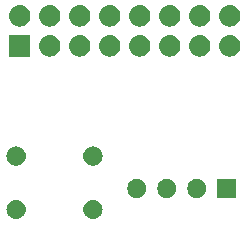
<source format=gbs>
G04 #@! TF.GenerationSoftware,KiCad,Pcbnew,(5.1.4)-1*
G04 #@! TF.CreationDate,2019-09-19T01:50:37+03:00*
G04 #@! TF.ProjectId,Project_2_RPI_HAT,50726f6a-6563-4745-9f32-5f5250495f48,v1*
G04 #@! TF.SameCoordinates,Original*
G04 #@! TF.FileFunction,Soldermask,Bot*
G04 #@! TF.FilePolarity,Negative*
%FSLAX46Y46*%
G04 Gerber Fmt 4.6, Leading zero omitted, Abs format (unit mm)*
G04 Created by KiCad (PCBNEW (5.1.4)-1) date 2019-09-19 01:50:37*
%MOMM*%
%LPD*%
G04 APERTURE LIST*
%ADD10C,0.100000*%
G04 APERTURE END LIST*
D10*
G36*
X52251347Y-79454921D02*
G01*
X52330976Y-79462764D01*
X52484227Y-79509252D01*
X52484230Y-79509253D01*
X52625463Y-79584744D01*
X52749259Y-79686341D01*
X52850856Y-79810137D01*
X52926347Y-79951370D01*
X52926348Y-79951373D01*
X52972836Y-80104624D01*
X52988533Y-80264000D01*
X52972836Y-80423376D01*
X52926348Y-80576627D01*
X52926347Y-80576630D01*
X52850856Y-80717863D01*
X52749259Y-80841659D01*
X52625463Y-80943256D01*
X52484230Y-81018747D01*
X52484227Y-81018748D01*
X52330976Y-81065236D01*
X52251347Y-81073079D01*
X52211534Y-81077000D01*
X52131666Y-81077000D01*
X52091853Y-81073079D01*
X52012224Y-81065236D01*
X51858973Y-81018748D01*
X51858970Y-81018747D01*
X51717737Y-80943256D01*
X51593941Y-80841659D01*
X51492344Y-80717863D01*
X51416853Y-80576630D01*
X51416852Y-80576627D01*
X51370364Y-80423376D01*
X51354667Y-80264000D01*
X51370364Y-80104624D01*
X51416852Y-79951373D01*
X51416853Y-79951370D01*
X51492344Y-79810137D01*
X51593941Y-79686341D01*
X51717737Y-79584744D01*
X51858970Y-79509253D01*
X51858973Y-79509252D01*
X52012224Y-79462764D01*
X52091853Y-79454921D01*
X52131666Y-79451000D01*
X52211534Y-79451000D01*
X52251347Y-79454921D01*
X52251347Y-79454921D01*
G37*
G36*
X45748947Y-79454921D02*
G01*
X45828576Y-79462764D01*
X45981827Y-79509252D01*
X45981830Y-79509253D01*
X46123063Y-79584744D01*
X46246859Y-79686341D01*
X46348456Y-79810137D01*
X46423947Y-79951370D01*
X46423948Y-79951373D01*
X46470436Y-80104624D01*
X46486133Y-80264000D01*
X46470436Y-80423376D01*
X46423948Y-80576627D01*
X46423947Y-80576630D01*
X46348456Y-80717863D01*
X46246859Y-80841659D01*
X46123063Y-80943256D01*
X45981830Y-81018747D01*
X45981827Y-81018748D01*
X45828576Y-81065236D01*
X45748947Y-81073079D01*
X45709134Y-81077000D01*
X45629266Y-81077000D01*
X45589453Y-81073079D01*
X45509824Y-81065236D01*
X45356573Y-81018748D01*
X45356570Y-81018747D01*
X45215337Y-80943256D01*
X45091541Y-80841659D01*
X44989944Y-80717863D01*
X44914453Y-80576630D01*
X44914452Y-80576627D01*
X44867964Y-80423376D01*
X44852267Y-80264000D01*
X44867964Y-80104624D01*
X44914452Y-79951373D01*
X44914453Y-79951370D01*
X44989944Y-79810137D01*
X45091541Y-79686341D01*
X45215337Y-79584744D01*
X45356570Y-79509253D01*
X45356573Y-79509252D01*
X45509824Y-79462764D01*
X45589453Y-79454921D01*
X45629266Y-79451000D01*
X45709134Y-79451000D01*
X45748947Y-79454921D01*
X45748947Y-79454921D01*
G37*
G36*
X56113642Y-77715781D02*
G01*
X56259414Y-77776162D01*
X56259416Y-77776163D01*
X56390608Y-77863822D01*
X56502178Y-77975392D01*
X56589837Y-78106584D01*
X56589838Y-78106586D01*
X56650219Y-78252358D01*
X56681000Y-78407107D01*
X56681000Y-78564893D01*
X56650219Y-78719642D01*
X56589838Y-78865414D01*
X56589837Y-78865416D01*
X56502178Y-78996608D01*
X56390608Y-79108178D01*
X56259416Y-79195837D01*
X56259415Y-79195838D01*
X56259414Y-79195838D01*
X56113642Y-79256219D01*
X55958893Y-79287000D01*
X55801107Y-79287000D01*
X55646358Y-79256219D01*
X55500586Y-79195838D01*
X55500585Y-79195838D01*
X55500584Y-79195837D01*
X55369392Y-79108178D01*
X55257822Y-78996608D01*
X55170163Y-78865416D01*
X55170162Y-78865414D01*
X55109781Y-78719642D01*
X55079000Y-78564893D01*
X55079000Y-78407107D01*
X55109781Y-78252358D01*
X55170162Y-78106586D01*
X55170163Y-78106584D01*
X55257822Y-77975392D01*
X55369392Y-77863822D01*
X55500584Y-77776163D01*
X55500586Y-77776162D01*
X55646358Y-77715781D01*
X55801107Y-77685000D01*
X55958893Y-77685000D01*
X56113642Y-77715781D01*
X56113642Y-77715781D01*
G37*
G36*
X58653642Y-77715781D02*
G01*
X58799414Y-77776162D01*
X58799416Y-77776163D01*
X58930608Y-77863822D01*
X59042178Y-77975392D01*
X59129837Y-78106584D01*
X59129838Y-78106586D01*
X59190219Y-78252358D01*
X59221000Y-78407107D01*
X59221000Y-78564893D01*
X59190219Y-78719642D01*
X59129838Y-78865414D01*
X59129837Y-78865416D01*
X59042178Y-78996608D01*
X58930608Y-79108178D01*
X58799416Y-79195837D01*
X58799415Y-79195838D01*
X58799414Y-79195838D01*
X58653642Y-79256219D01*
X58498893Y-79287000D01*
X58341107Y-79287000D01*
X58186358Y-79256219D01*
X58040586Y-79195838D01*
X58040585Y-79195838D01*
X58040584Y-79195837D01*
X57909392Y-79108178D01*
X57797822Y-78996608D01*
X57710163Y-78865416D01*
X57710162Y-78865414D01*
X57649781Y-78719642D01*
X57619000Y-78564893D01*
X57619000Y-78407107D01*
X57649781Y-78252358D01*
X57710162Y-78106586D01*
X57710163Y-78106584D01*
X57797822Y-77975392D01*
X57909392Y-77863822D01*
X58040584Y-77776163D01*
X58040586Y-77776162D01*
X58186358Y-77715781D01*
X58341107Y-77685000D01*
X58498893Y-77685000D01*
X58653642Y-77715781D01*
X58653642Y-77715781D01*
G37*
G36*
X61193642Y-77715781D02*
G01*
X61339414Y-77776162D01*
X61339416Y-77776163D01*
X61470608Y-77863822D01*
X61582178Y-77975392D01*
X61669837Y-78106584D01*
X61669838Y-78106586D01*
X61730219Y-78252358D01*
X61761000Y-78407107D01*
X61761000Y-78564893D01*
X61730219Y-78719642D01*
X61669838Y-78865414D01*
X61669837Y-78865416D01*
X61582178Y-78996608D01*
X61470608Y-79108178D01*
X61339416Y-79195837D01*
X61339415Y-79195838D01*
X61339414Y-79195838D01*
X61193642Y-79256219D01*
X61038893Y-79287000D01*
X60881107Y-79287000D01*
X60726358Y-79256219D01*
X60580586Y-79195838D01*
X60580585Y-79195838D01*
X60580584Y-79195837D01*
X60449392Y-79108178D01*
X60337822Y-78996608D01*
X60250163Y-78865416D01*
X60250162Y-78865414D01*
X60189781Y-78719642D01*
X60159000Y-78564893D01*
X60159000Y-78407107D01*
X60189781Y-78252358D01*
X60250162Y-78106586D01*
X60250163Y-78106584D01*
X60337822Y-77975392D01*
X60449392Y-77863822D01*
X60580584Y-77776163D01*
X60580586Y-77776162D01*
X60726358Y-77715781D01*
X60881107Y-77685000D01*
X61038893Y-77685000D01*
X61193642Y-77715781D01*
X61193642Y-77715781D01*
G37*
G36*
X64301000Y-79287000D02*
G01*
X62699000Y-79287000D01*
X62699000Y-77685000D01*
X64301000Y-77685000D01*
X64301000Y-79287000D01*
X64301000Y-79287000D01*
G37*
G36*
X45748947Y-74933721D02*
G01*
X45828576Y-74941564D01*
X45981827Y-74988052D01*
X45981830Y-74988053D01*
X46123063Y-75063544D01*
X46246859Y-75165141D01*
X46348456Y-75288937D01*
X46423947Y-75430170D01*
X46423948Y-75430173D01*
X46470436Y-75583424D01*
X46486133Y-75742800D01*
X46470436Y-75902176D01*
X46423948Y-76055427D01*
X46423947Y-76055430D01*
X46348456Y-76196663D01*
X46246859Y-76320459D01*
X46123063Y-76422056D01*
X45981830Y-76497547D01*
X45981827Y-76497548D01*
X45828576Y-76544036D01*
X45748947Y-76551879D01*
X45709134Y-76555800D01*
X45629266Y-76555800D01*
X45589453Y-76551879D01*
X45509824Y-76544036D01*
X45356573Y-76497548D01*
X45356570Y-76497547D01*
X45215337Y-76422056D01*
X45091541Y-76320459D01*
X44989944Y-76196663D01*
X44914453Y-76055430D01*
X44914452Y-76055427D01*
X44867964Y-75902176D01*
X44852267Y-75742800D01*
X44867964Y-75583424D01*
X44914452Y-75430173D01*
X44914453Y-75430170D01*
X44989944Y-75288937D01*
X45091541Y-75165141D01*
X45215337Y-75063544D01*
X45356570Y-74988053D01*
X45356573Y-74988052D01*
X45509824Y-74941564D01*
X45589453Y-74933721D01*
X45629266Y-74929800D01*
X45709134Y-74929800D01*
X45748947Y-74933721D01*
X45748947Y-74933721D01*
G37*
G36*
X52251347Y-74933721D02*
G01*
X52330976Y-74941564D01*
X52484227Y-74988052D01*
X52484230Y-74988053D01*
X52625463Y-75063544D01*
X52749259Y-75165141D01*
X52850856Y-75288937D01*
X52926347Y-75430170D01*
X52926348Y-75430173D01*
X52972836Y-75583424D01*
X52988533Y-75742800D01*
X52972836Y-75902176D01*
X52926348Y-76055427D01*
X52926347Y-76055430D01*
X52850856Y-76196663D01*
X52749259Y-76320459D01*
X52625463Y-76422056D01*
X52484230Y-76497547D01*
X52484227Y-76497548D01*
X52330976Y-76544036D01*
X52251347Y-76551879D01*
X52211534Y-76555800D01*
X52131666Y-76555800D01*
X52091853Y-76551879D01*
X52012224Y-76544036D01*
X51858973Y-76497548D01*
X51858970Y-76497547D01*
X51717737Y-76422056D01*
X51593941Y-76320459D01*
X51492344Y-76196663D01*
X51416853Y-76055430D01*
X51416852Y-76055427D01*
X51370364Y-75902176D01*
X51354667Y-75742800D01*
X51370364Y-75583424D01*
X51416852Y-75430173D01*
X51416853Y-75430170D01*
X51492344Y-75288937D01*
X51593941Y-75165141D01*
X51717737Y-75063544D01*
X51858970Y-74988053D01*
X51858973Y-74988052D01*
X52012224Y-74941564D01*
X52091853Y-74933721D01*
X52131666Y-74929800D01*
X52211534Y-74929800D01*
X52251347Y-74933721D01*
X52251347Y-74933721D01*
G37*
G36*
X53704443Y-65526519D02*
G01*
X53770627Y-65533037D01*
X53940466Y-65584557D01*
X54096991Y-65668222D01*
X54132729Y-65697552D01*
X54234186Y-65780814D01*
X54317448Y-65882271D01*
X54346778Y-65918009D01*
X54430443Y-66074534D01*
X54481963Y-66244373D01*
X54499359Y-66421000D01*
X54481963Y-66597627D01*
X54430443Y-66767466D01*
X54346778Y-66923991D01*
X54317448Y-66959729D01*
X54234186Y-67061186D01*
X54132729Y-67144448D01*
X54096991Y-67173778D01*
X53940466Y-67257443D01*
X53770627Y-67308963D01*
X53704442Y-67315482D01*
X53638260Y-67322000D01*
X53549740Y-67322000D01*
X53483558Y-67315482D01*
X53417373Y-67308963D01*
X53247534Y-67257443D01*
X53091009Y-67173778D01*
X53055271Y-67144448D01*
X52953814Y-67061186D01*
X52870552Y-66959729D01*
X52841222Y-66923991D01*
X52757557Y-66767466D01*
X52706037Y-66597627D01*
X52688641Y-66421000D01*
X52706037Y-66244373D01*
X52757557Y-66074534D01*
X52841222Y-65918009D01*
X52870552Y-65882271D01*
X52953814Y-65780814D01*
X53055271Y-65697552D01*
X53091009Y-65668222D01*
X53247534Y-65584557D01*
X53417373Y-65533037D01*
X53483557Y-65526519D01*
X53549740Y-65520000D01*
X53638260Y-65520000D01*
X53704443Y-65526519D01*
X53704443Y-65526519D01*
G37*
G36*
X63864443Y-65526519D02*
G01*
X63930627Y-65533037D01*
X64100466Y-65584557D01*
X64256991Y-65668222D01*
X64292729Y-65697552D01*
X64394186Y-65780814D01*
X64477448Y-65882271D01*
X64506778Y-65918009D01*
X64590443Y-66074534D01*
X64641963Y-66244373D01*
X64659359Y-66421000D01*
X64641963Y-66597627D01*
X64590443Y-66767466D01*
X64506778Y-66923991D01*
X64477448Y-66959729D01*
X64394186Y-67061186D01*
X64292729Y-67144448D01*
X64256991Y-67173778D01*
X64100466Y-67257443D01*
X63930627Y-67308963D01*
X63864442Y-67315482D01*
X63798260Y-67322000D01*
X63709740Y-67322000D01*
X63643558Y-67315482D01*
X63577373Y-67308963D01*
X63407534Y-67257443D01*
X63251009Y-67173778D01*
X63215271Y-67144448D01*
X63113814Y-67061186D01*
X63030552Y-66959729D01*
X63001222Y-66923991D01*
X62917557Y-66767466D01*
X62866037Y-66597627D01*
X62848641Y-66421000D01*
X62866037Y-66244373D01*
X62917557Y-66074534D01*
X63001222Y-65918009D01*
X63030552Y-65882271D01*
X63113814Y-65780814D01*
X63215271Y-65697552D01*
X63251009Y-65668222D01*
X63407534Y-65584557D01*
X63577373Y-65533037D01*
X63643557Y-65526519D01*
X63709740Y-65520000D01*
X63798260Y-65520000D01*
X63864443Y-65526519D01*
X63864443Y-65526519D01*
G37*
G36*
X58784443Y-65526519D02*
G01*
X58850627Y-65533037D01*
X59020466Y-65584557D01*
X59176991Y-65668222D01*
X59212729Y-65697552D01*
X59314186Y-65780814D01*
X59397448Y-65882271D01*
X59426778Y-65918009D01*
X59510443Y-66074534D01*
X59561963Y-66244373D01*
X59579359Y-66421000D01*
X59561963Y-66597627D01*
X59510443Y-66767466D01*
X59426778Y-66923991D01*
X59397448Y-66959729D01*
X59314186Y-67061186D01*
X59212729Y-67144448D01*
X59176991Y-67173778D01*
X59020466Y-67257443D01*
X58850627Y-67308963D01*
X58784442Y-67315482D01*
X58718260Y-67322000D01*
X58629740Y-67322000D01*
X58563558Y-67315482D01*
X58497373Y-67308963D01*
X58327534Y-67257443D01*
X58171009Y-67173778D01*
X58135271Y-67144448D01*
X58033814Y-67061186D01*
X57950552Y-66959729D01*
X57921222Y-66923991D01*
X57837557Y-66767466D01*
X57786037Y-66597627D01*
X57768641Y-66421000D01*
X57786037Y-66244373D01*
X57837557Y-66074534D01*
X57921222Y-65918009D01*
X57950552Y-65882271D01*
X58033814Y-65780814D01*
X58135271Y-65697552D01*
X58171009Y-65668222D01*
X58327534Y-65584557D01*
X58497373Y-65533037D01*
X58563557Y-65526519D01*
X58629740Y-65520000D01*
X58718260Y-65520000D01*
X58784443Y-65526519D01*
X58784443Y-65526519D01*
G37*
G36*
X56244443Y-65526519D02*
G01*
X56310627Y-65533037D01*
X56480466Y-65584557D01*
X56636991Y-65668222D01*
X56672729Y-65697552D01*
X56774186Y-65780814D01*
X56857448Y-65882271D01*
X56886778Y-65918009D01*
X56970443Y-66074534D01*
X57021963Y-66244373D01*
X57039359Y-66421000D01*
X57021963Y-66597627D01*
X56970443Y-66767466D01*
X56886778Y-66923991D01*
X56857448Y-66959729D01*
X56774186Y-67061186D01*
X56672729Y-67144448D01*
X56636991Y-67173778D01*
X56480466Y-67257443D01*
X56310627Y-67308963D01*
X56244442Y-67315482D01*
X56178260Y-67322000D01*
X56089740Y-67322000D01*
X56023558Y-67315482D01*
X55957373Y-67308963D01*
X55787534Y-67257443D01*
X55631009Y-67173778D01*
X55595271Y-67144448D01*
X55493814Y-67061186D01*
X55410552Y-66959729D01*
X55381222Y-66923991D01*
X55297557Y-66767466D01*
X55246037Y-66597627D01*
X55228641Y-66421000D01*
X55246037Y-66244373D01*
X55297557Y-66074534D01*
X55381222Y-65918009D01*
X55410552Y-65882271D01*
X55493814Y-65780814D01*
X55595271Y-65697552D01*
X55631009Y-65668222D01*
X55787534Y-65584557D01*
X55957373Y-65533037D01*
X56023557Y-65526519D01*
X56089740Y-65520000D01*
X56178260Y-65520000D01*
X56244443Y-65526519D01*
X56244443Y-65526519D01*
G37*
G36*
X51164443Y-65526519D02*
G01*
X51230627Y-65533037D01*
X51400466Y-65584557D01*
X51556991Y-65668222D01*
X51592729Y-65697552D01*
X51694186Y-65780814D01*
X51777448Y-65882271D01*
X51806778Y-65918009D01*
X51890443Y-66074534D01*
X51941963Y-66244373D01*
X51959359Y-66421000D01*
X51941963Y-66597627D01*
X51890443Y-66767466D01*
X51806778Y-66923991D01*
X51777448Y-66959729D01*
X51694186Y-67061186D01*
X51592729Y-67144448D01*
X51556991Y-67173778D01*
X51400466Y-67257443D01*
X51230627Y-67308963D01*
X51164442Y-67315482D01*
X51098260Y-67322000D01*
X51009740Y-67322000D01*
X50943558Y-67315482D01*
X50877373Y-67308963D01*
X50707534Y-67257443D01*
X50551009Y-67173778D01*
X50515271Y-67144448D01*
X50413814Y-67061186D01*
X50330552Y-66959729D01*
X50301222Y-66923991D01*
X50217557Y-66767466D01*
X50166037Y-66597627D01*
X50148641Y-66421000D01*
X50166037Y-66244373D01*
X50217557Y-66074534D01*
X50301222Y-65918009D01*
X50330552Y-65882271D01*
X50413814Y-65780814D01*
X50515271Y-65697552D01*
X50551009Y-65668222D01*
X50707534Y-65584557D01*
X50877373Y-65533037D01*
X50943557Y-65526519D01*
X51009740Y-65520000D01*
X51098260Y-65520000D01*
X51164443Y-65526519D01*
X51164443Y-65526519D01*
G37*
G36*
X48624443Y-65526519D02*
G01*
X48690627Y-65533037D01*
X48860466Y-65584557D01*
X49016991Y-65668222D01*
X49052729Y-65697552D01*
X49154186Y-65780814D01*
X49237448Y-65882271D01*
X49266778Y-65918009D01*
X49350443Y-66074534D01*
X49401963Y-66244373D01*
X49419359Y-66421000D01*
X49401963Y-66597627D01*
X49350443Y-66767466D01*
X49266778Y-66923991D01*
X49237448Y-66959729D01*
X49154186Y-67061186D01*
X49052729Y-67144448D01*
X49016991Y-67173778D01*
X48860466Y-67257443D01*
X48690627Y-67308963D01*
X48624442Y-67315482D01*
X48558260Y-67322000D01*
X48469740Y-67322000D01*
X48403558Y-67315482D01*
X48337373Y-67308963D01*
X48167534Y-67257443D01*
X48011009Y-67173778D01*
X47975271Y-67144448D01*
X47873814Y-67061186D01*
X47790552Y-66959729D01*
X47761222Y-66923991D01*
X47677557Y-66767466D01*
X47626037Y-66597627D01*
X47608641Y-66421000D01*
X47626037Y-66244373D01*
X47677557Y-66074534D01*
X47761222Y-65918009D01*
X47790552Y-65882271D01*
X47873814Y-65780814D01*
X47975271Y-65697552D01*
X48011009Y-65668222D01*
X48167534Y-65584557D01*
X48337373Y-65533037D01*
X48403557Y-65526519D01*
X48469740Y-65520000D01*
X48558260Y-65520000D01*
X48624443Y-65526519D01*
X48624443Y-65526519D01*
G37*
G36*
X46875000Y-67322000D02*
G01*
X45073000Y-67322000D01*
X45073000Y-65520000D01*
X46875000Y-65520000D01*
X46875000Y-67322000D01*
X46875000Y-67322000D01*
G37*
G36*
X61324443Y-65526519D02*
G01*
X61390627Y-65533037D01*
X61560466Y-65584557D01*
X61716991Y-65668222D01*
X61752729Y-65697552D01*
X61854186Y-65780814D01*
X61937448Y-65882271D01*
X61966778Y-65918009D01*
X62050443Y-66074534D01*
X62101963Y-66244373D01*
X62119359Y-66421000D01*
X62101963Y-66597627D01*
X62050443Y-66767466D01*
X61966778Y-66923991D01*
X61937448Y-66959729D01*
X61854186Y-67061186D01*
X61752729Y-67144448D01*
X61716991Y-67173778D01*
X61560466Y-67257443D01*
X61390627Y-67308963D01*
X61324442Y-67315482D01*
X61258260Y-67322000D01*
X61169740Y-67322000D01*
X61103558Y-67315482D01*
X61037373Y-67308963D01*
X60867534Y-67257443D01*
X60711009Y-67173778D01*
X60675271Y-67144448D01*
X60573814Y-67061186D01*
X60490552Y-66959729D01*
X60461222Y-66923991D01*
X60377557Y-66767466D01*
X60326037Y-66597627D01*
X60308641Y-66421000D01*
X60326037Y-66244373D01*
X60377557Y-66074534D01*
X60461222Y-65918009D01*
X60490552Y-65882271D01*
X60573814Y-65780814D01*
X60675271Y-65697552D01*
X60711009Y-65668222D01*
X60867534Y-65584557D01*
X61037373Y-65533037D01*
X61103557Y-65526519D01*
X61169740Y-65520000D01*
X61258260Y-65520000D01*
X61324443Y-65526519D01*
X61324443Y-65526519D01*
G37*
G36*
X48624443Y-62986519D02*
G01*
X48690627Y-62993037D01*
X48860466Y-63044557D01*
X49016991Y-63128222D01*
X49052729Y-63157552D01*
X49154186Y-63240814D01*
X49237448Y-63342271D01*
X49266778Y-63378009D01*
X49350443Y-63534534D01*
X49401963Y-63704373D01*
X49419359Y-63881000D01*
X49401963Y-64057627D01*
X49350443Y-64227466D01*
X49266778Y-64383991D01*
X49237448Y-64419729D01*
X49154186Y-64521186D01*
X49052729Y-64604448D01*
X49016991Y-64633778D01*
X48860466Y-64717443D01*
X48690627Y-64768963D01*
X48624443Y-64775481D01*
X48558260Y-64782000D01*
X48469740Y-64782000D01*
X48403557Y-64775481D01*
X48337373Y-64768963D01*
X48167534Y-64717443D01*
X48011009Y-64633778D01*
X47975271Y-64604448D01*
X47873814Y-64521186D01*
X47790552Y-64419729D01*
X47761222Y-64383991D01*
X47677557Y-64227466D01*
X47626037Y-64057627D01*
X47608641Y-63881000D01*
X47626037Y-63704373D01*
X47677557Y-63534534D01*
X47761222Y-63378009D01*
X47790552Y-63342271D01*
X47873814Y-63240814D01*
X47975271Y-63157552D01*
X48011009Y-63128222D01*
X48167534Y-63044557D01*
X48337373Y-62993037D01*
X48403557Y-62986519D01*
X48469740Y-62980000D01*
X48558260Y-62980000D01*
X48624443Y-62986519D01*
X48624443Y-62986519D01*
G37*
G36*
X63864443Y-62986519D02*
G01*
X63930627Y-62993037D01*
X64100466Y-63044557D01*
X64256991Y-63128222D01*
X64292729Y-63157552D01*
X64394186Y-63240814D01*
X64477448Y-63342271D01*
X64506778Y-63378009D01*
X64590443Y-63534534D01*
X64641963Y-63704373D01*
X64659359Y-63881000D01*
X64641963Y-64057627D01*
X64590443Y-64227466D01*
X64506778Y-64383991D01*
X64477448Y-64419729D01*
X64394186Y-64521186D01*
X64292729Y-64604448D01*
X64256991Y-64633778D01*
X64100466Y-64717443D01*
X63930627Y-64768963D01*
X63864443Y-64775481D01*
X63798260Y-64782000D01*
X63709740Y-64782000D01*
X63643557Y-64775481D01*
X63577373Y-64768963D01*
X63407534Y-64717443D01*
X63251009Y-64633778D01*
X63215271Y-64604448D01*
X63113814Y-64521186D01*
X63030552Y-64419729D01*
X63001222Y-64383991D01*
X62917557Y-64227466D01*
X62866037Y-64057627D01*
X62848641Y-63881000D01*
X62866037Y-63704373D01*
X62917557Y-63534534D01*
X63001222Y-63378009D01*
X63030552Y-63342271D01*
X63113814Y-63240814D01*
X63215271Y-63157552D01*
X63251009Y-63128222D01*
X63407534Y-63044557D01*
X63577373Y-62993037D01*
X63643557Y-62986519D01*
X63709740Y-62980000D01*
X63798260Y-62980000D01*
X63864443Y-62986519D01*
X63864443Y-62986519D01*
G37*
G36*
X61324443Y-62986519D02*
G01*
X61390627Y-62993037D01*
X61560466Y-63044557D01*
X61716991Y-63128222D01*
X61752729Y-63157552D01*
X61854186Y-63240814D01*
X61937448Y-63342271D01*
X61966778Y-63378009D01*
X62050443Y-63534534D01*
X62101963Y-63704373D01*
X62119359Y-63881000D01*
X62101963Y-64057627D01*
X62050443Y-64227466D01*
X61966778Y-64383991D01*
X61937448Y-64419729D01*
X61854186Y-64521186D01*
X61752729Y-64604448D01*
X61716991Y-64633778D01*
X61560466Y-64717443D01*
X61390627Y-64768963D01*
X61324443Y-64775481D01*
X61258260Y-64782000D01*
X61169740Y-64782000D01*
X61103557Y-64775481D01*
X61037373Y-64768963D01*
X60867534Y-64717443D01*
X60711009Y-64633778D01*
X60675271Y-64604448D01*
X60573814Y-64521186D01*
X60490552Y-64419729D01*
X60461222Y-64383991D01*
X60377557Y-64227466D01*
X60326037Y-64057627D01*
X60308641Y-63881000D01*
X60326037Y-63704373D01*
X60377557Y-63534534D01*
X60461222Y-63378009D01*
X60490552Y-63342271D01*
X60573814Y-63240814D01*
X60675271Y-63157552D01*
X60711009Y-63128222D01*
X60867534Y-63044557D01*
X61037373Y-62993037D01*
X61103557Y-62986519D01*
X61169740Y-62980000D01*
X61258260Y-62980000D01*
X61324443Y-62986519D01*
X61324443Y-62986519D01*
G37*
G36*
X46084443Y-62986519D02*
G01*
X46150627Y-62993037D01*
X46320466Y-63044557D01*
X46476991Y-63128222D01*
X46512729Y-63157552D01*
X46614186Y-63240814D01*
X46697448Y-63342271D01*
X46726778Y-63378009D01*
X46810443Y-63534534D01*
X46861963Y-63704373D01*
X46879359Y-63881000D01*
X46861963Y-64057627D01*
X46810443Y-64227466D01*
X46726778Y-64383991D01*
X46697448Y-64419729D01*
X46614186Y-64521186D01*
X46512729Y-64604448D01*
X46476991Y-64633778D01*
X46320466Y-64717443D01*
X46150627Y-64768963D01*
X46084443Y-64775481D01*
X46018260Y-64782000D01*
X45929740Y-64782000D01*
X45863557Y-64775481D01*
X45797373Y-64768963D01*
X45627534Y-64717443D01*
X45471009Y-64633778D01*
X45435271Y-64604448D01*
X45333814Y-64521186D01*
X45250552Y-64419729D01*
X45221222Y-64383991D01*
X45137557Y-64227466D01*
X45086037Y-64057627D01*
X45068641Y-63881000D01*
X45086037Y-63704373D01*
X45137557Y-63534534D01*
X45221222Y-63378009D01*
X45250552Y-63342271D01*
X45333814Y-63240814D01*
X45435271Y-63157552D01*
X45471009Y-63128222D01*
X45627534Y-63044557D01*
X45797373Y-62993037D01*
X45863557Y-62986519D01*
X45929740Y-62980000D01*
X46018260Y-62980000D01*
X46084443Y-62986519D01*
X46084443Y-62986519D01*
G37*
G36*
X58784443Y-62986519D02*
G01*
X58850627Y-62993037D01*
X59020466Y-63044557D01*
X59176991Y-63128222D01*
X59212729Y-63157552D01*
X59314186Y-63240814D01*
X59397448Y-63342271D01*
X59426778Y-63378009D01*
X59510443Y-63534534D01*
X59561963Y-63704373D01*
X59579359Y-63881000D01*
X59561963Y-64057627D01*
X59510443Y-64227466D01*
X59426778Y-64383991D01*
X59397448Y-64419729D01*
X59314186Y-64521186D01*
X59212729Y-64604448D01*
X59176991Y-64633778D01*
X59020466Y-64717443D01*
X58850627Y-64768963D01*
X58784443Y-64775481D01*
X58718260Y-64782000D01*
X58629740Y-64782000D01*
X58563557Y-64775481D01*
X58497373Y-64768963D01*
X58327534Y-64717443D01*
X58171009Y-64633778D01*
X58135271Y-64604448D01*
X58033814Y-64521186D01*
X57950552Y-64419729D01*
X57921222Y-64383991D01*
X57837557Y-64227466D01*
X57786037Y-64057627D01*
X57768641Y-63881000D01*
X57786037Y-63704373D01*
X57837557Y-63534534D01*
X57921222Y-63378009D01*
X57950552Y-63342271D01*
X58033814Y-63240814D01*
X58135271Y-63157552D01*
X58171009Y-63128222D01*
X58327534Y-63044557D01*
X58497373Y-62993037D01*
X58563557Y-62986519D01*
X58629740Y-62980000D01*
X58718260Y-62980000D01*
X58784443Y-62986519D01*
X58784443Y-62986519D01*
G37*
G36*
X56244443Y-62986519D02*
G01*
X56310627Y-62993037D01*
X56480466Y-63044557D01*
X56636991Y-63128222D01*
X56672729Y-63157552D01*
X56774186Y-63240814D01*
X56857448Y-63342271D01*
X56886778Y-63378009D01*
X56970443Y-63534534D01*
X57021963Y-63704373D01*
X57039359Y-63881000D01*
X57021963Y-64057627D01*
X56970443Y-64227466D01*
X56886778Y-64383991D01*
X56857448Y-64419729D01*
X56774186Y-64521186D01*
X56672729Y-64604448D01*
X56636991Y-64633778D01*
X56480466Y-64717443D01*
X56310627Y-64768963D01*
X56244443Y-64775481D01*
X56178260Y-64782000D01*
X56089740Y-64782000D01*
X56023557Y-64775481D01*
X55957373Y-64768963D01*
X55787534Y-64717443D01*
X55631009Y-64633778D01*
X55595271Y-64604448D01*
X55493814Y-64521186D01*
X55410552Y-64419729D01*
X55381222Y-64383991D01*
X55297557Y-64227466D01*
X55246037Y-64057627D01*
X55228641Y-63881000D01*
X55246037Y-63704373D01*
X55297557Y-63534534D01*
X55381222Y-63378009D01*
X55410552Y-63342271D01*
X55493814Y-63240814D01*
X55595271Y-63157552D01*
X55631009Y-63128222D01*
X55787534Y-63044557D01*
X55957373Y-62993037D01*
X56023557Y-62986519D01*
X56089740Y-62980000D01*
X56178260Y-62980000D01*
X56244443Y-62986519D01*
X56244443Y-62986519D01*
G37*
G36*
X51164443Y-62986519D02*
G01*
X51230627Y-62993037D01*
X51400466Y-63044557D01*
X51556991Y-63128222D01*
X51592729Y-63157552D01*
X51694186Y-63240814D01*
X51777448Y-63342271D01*
X51806778Y-63378009D01*
X51890443Y-63534534D01*
X51941963Y-63704373D01*
X51959359Y-63881000D01*
X51941963Y-64057627D01*
X51890443Y-64227466D01*
X51806778Y-64383991D01*
X51777448Y-64419729D01*
X51694186Y-64521186D01*
X51592729Y-64604448D01*
X51556991Y-64633778D01*
X51400466Y-64717443D01*
X51230627Y-64768963D01*
X51164443Y-64775481D01*
X51098260Y-64782000D01*
X51009740Y-64782000D01*
X50943557Y-64775481D01*
X50877373Y-64768963D01*
X50707534Y-64717443D01*
X50551009Y-64633778D01*
X50515271Y-64604448D01*
X50413814Y-64521186D01*
X50330552Y-64419729D01*
X50301222Y-64383991D01*
X50217557Y-64227466D01*
X50166037Y-64057627D01*
X50148641Y-63881000D01*
X50166037Y-63704373D01*
X50217557Y-63534534D01*
X50301222Y-63378009D01*
X50330552Y-63342271D01*
X50413814Y-63240814D01*
X50515271Y-63157552D01*
X50551009Y-63128222D01*
X50707534Y-63044557D01*
X50877373Y-62993037D01*
X50943557Y-62986519D01*
X51009740Y-62980000D01*
X51098260Y-62980000D01*
X51164443Y-62986519D01*
X51164443Y-62986519D01*
G37*
G36*
X53704443Y-62986519D02*
G01*
X53770627Y-62993037D01*
X53940466Y-63044557D01*
X54096991Y-63128222D01*
X54132729Y-63157552D01*
X54234186Y-63240814D01*
X54317448Y-63342271D01*
X54346778Y-63378009D01*
X54430443Y-63534534D01*
X54481963Y-63704373D01*
X54499359Y-63881000D01*
X54481963Y-64057627D01*
X54430443Y-64227466D01*
X54346778Y-64383991D01*
X54317448Y-64419729D01*
X54234186Y-64521186D01*
X54132729Y-64604448D01*
X54096991Y-64633778D01*
X53940466Y-64717443D01*
X53770627Y-64768963D01*
X53704443Y-64775481D01*
X53638260Y-64782000D01*
X53549740Y-64782000D01*
X53483557Y-64775481D01*
X53417373Y-64768963D01*
X53247534Y-64717443D01*
X53091009Y-64633778D01*
X53055271Y-64604448D01*
X52953814Y-64521186D01*
X52870552Y-64419729D01*
X52841222Y-64383991D01*
X52757557Y-64227466D01*
X52706037Y-64057627D01*
X52688641Y-63881000D01*
X52706037Y-63704373D01*
X52757557Y-63534534D01*
X52841222Y-63378009D01*
X52870552Y-63342271D01*
X52953814Y-63240814D01*
X53055271Y-63157552D01*
X53091009Y-63128222D01*
X53247534Y-63044557D01*
X53417373Y-62993037D01*
X53483557Y-62986519D01*
X53549740Y-62980000D01*
X53638260Y-62980000D01*
X53704443Y-62986519D01*
X53704443Y-62986519D01*
G37*
M02*

</source>
